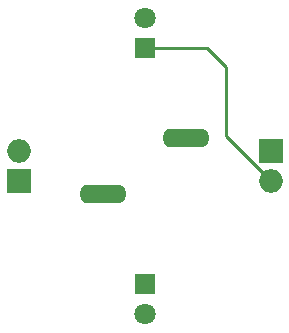
<source format=gbr>
%TF.GenerationSoftware,KiCad,Pcbnew,(5.1.10)-1*%
%TF.CreationDate,2021-07-05T16:14:48-04:00*%
%TF.ProjectId,button_mount,62757474-6f6e-45f6-9d6f-756e742e6b69,rev?*%
%TF.SameCoordinates,Original*%
%TF.FileFunction,Copper,L1,Top*%
%TF.FilePolarity,Positive*%
%FSLAX46Y46*%
G04 Gerber Fmt 4.6, Leading zero omitted, Abs format (unit mm)*
G04 Created by KiCad (PCBNEW (5.1.10)-1) date 2021-07-05 16:14:48*
%MOMM*%
%LPD*%
G01*
G04 APERTURE LIST*
%TA.AperFunction,ComponentPad*%
%ADD10O,1.998980X1.998980*%
%TD*%
%TA.AperFunction,ComponentPad*%
%ADD11R,1.998980X1.998980*%
%TD*%
%TA.AperFunction,ComponentPad*%
%ADD12O,4.000000X1.600000*%
%TD*%
%TA.AperFunction,ComponentPad*%
%ADD13R,1.800000X1.800000*%
%TD*%
%TA.AperFunction,ComponentPad*%
%ADD14C,1.800000*%
%TD*%
%TA.AperFunction,Conductor*%
%ADD15C,0.250000*%
%TD*%
G04 APERTURE END LIST*
D10*
%TO.P,J2,2*%
%TO.N,/LED_K*%
X128524000Y-90170000D03*
D11*
%TO.P,J2,1*%
%TO.N,/LED_A*%
X128524000Y-87630000D03*
%TD*%
D12*
%TO.P,SW1,2*%
%TO.N,/ROW_IN*%
X114356000Y-91281250D03*
%TO.P,SW1,1*%
%TO.N,Net-(D1-Pad2)*%
X121356000Y-86518750D03*
%TD*%
D10*
%TO.P,J1,2*%
%TO.N,/COL_OUT*%
X107188000Y-87630000D03*
D11*
%TO.P,J1,1*%
%TO.N,/ROW_IN*%
X107188000Y-90170000D03*
%TD*%
D13*
%TO.P,D3,1*%
%TO.N,/LED_K*%
X117856000Y-98907600D03*
D14*
%TO.P,D3,2*%
%TO.N,Net-(D3-Pad2)*%
X117856000Y-101447600D03*
%TD*%
D13*
%TO.P,D2,1*%
%TO.N,/LED_K*%
X117856000Y-78892400D03*
D14*
%TO.P,D2,2*%
%TO.N,Net-(D2-Pad2)*%
X117856000Y-76352400D03*
%TD*%
D15*
%TO.N,/LED_K*%
X124714000Y-80518000D02*
X123088400Y-78892400D01*
X124714000Y-86360000D02*
X124714000Y-80518000D01*
X128524000Y-90170000D02*
X124714000Y-86360000D01*
X117856000Y-78892400D02*
X123088400Y-78892400D01*
%TD*%
M02*

</source>
